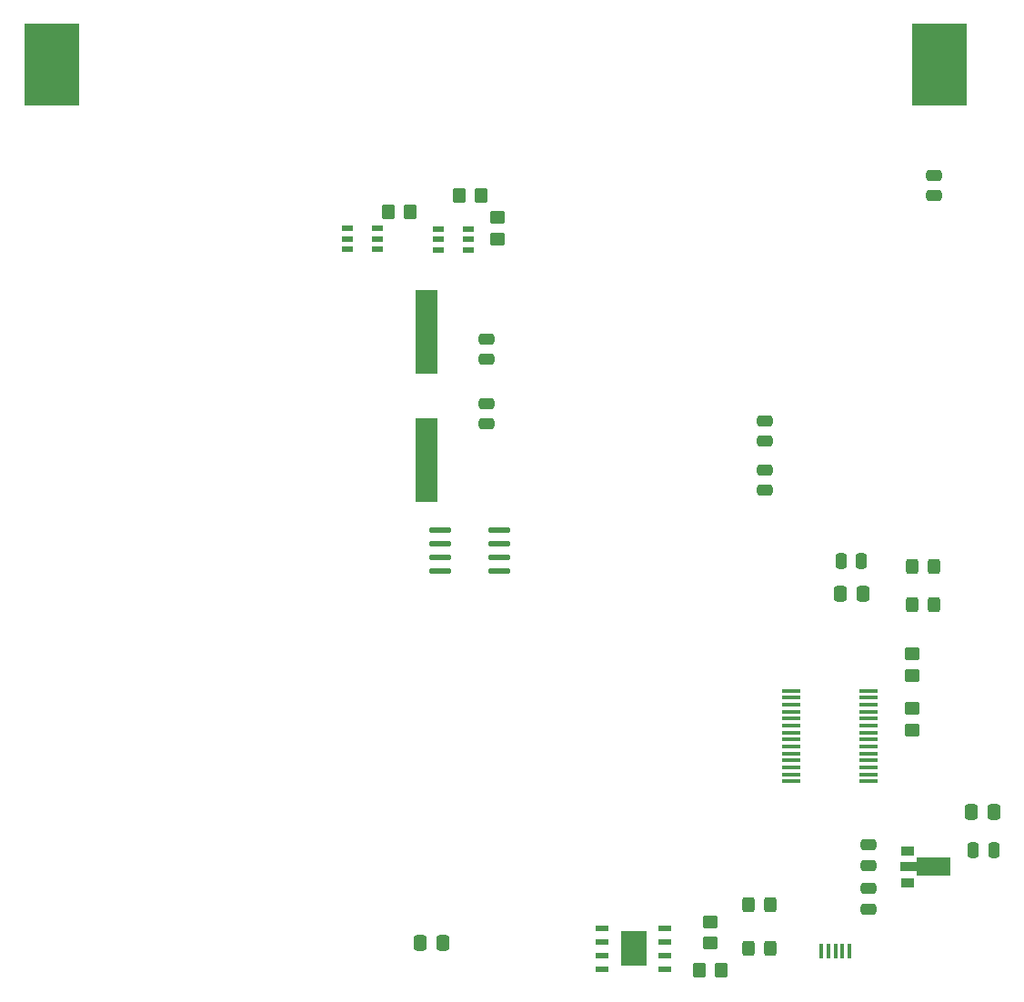
<source format=gbr>
%TF.GenerationSoftware,KiCad,Pcbnew,(7.0.0)*%
%TF.CreationDate,2023-03-21T11:28:41+02:00*%
%TF.ProjectId,EEE3088_design_project,45454533-3038-4385-9f64-657369676e5f,1.0*%
%TF.SameCoordinates,Original*%
%TF.FileFunction,Paste,Top*%
%TF.FilePolarity,Positive*%
%FSLAX46Y46*%
G04 Gerber Fmt 4.6, Leading zero omitted, Abs format (unit mm)*
G04 Created by KiCad (PCBNEW (7.0.0)) date 2023-03-21 11:28:41*
%MOMM*%
%LPD*%
G01*
G04 APERTURE LIST*
G04 Aperture macros list*
%AMRoundRect*
0 Rectangle with rounded corners*
0 $1 Rounding radius*
0 $2 $3 $4 $5 $6 $7 $8 $9 X,Y pos of 4 corners*
0 Add a 4 corners polygon primitive as box body*
4,1,4,$2,$3,$4,$5,$6,$7,$8,$9,$2,$3,0*
0 Add four circle primitives for the rounded corners*
1,1,$1+$1,$2,$3*
1,1,$1+$1,$4,$5*
1,1,$1+$1,$6,$7*
1,1,$1+$1,$8,$9*
0 Add four rect primitives between the rounded corners*
20,1,$1+$1,$2,$3,$4,$5,0*
20,1,$1+$1,$4,$5,$6,$7,0*
20,1,$1+$1,$6,$7,$8,$9,0*
20,1,$1+$1,$8,$9,$2,$3,0*%
%AMFreePoly0*
4,1,9,3.862500,-0.866500,0.737500,-0.866500,0.737500,-0.450000,-0.737500,-0.450000,-0.737500,0.450000,0.737500,0.450000,0.737500,0.866500,3.862500,0.866500,3.862500,-0.866500,3.862500,-0.866500,$1*%
G04 Aperture macros list end*
%ADD10R,1.300000X0.900000*%
%ADD11FreePoly0,0.000000*%
%ADD12RoundRect,0.250000X0.350000X0.450000X-0.350000X0.450000X-0.350000X-0.450000X0.350000X-0.450000X0*%
%ADD13RoundRect,0.250000X-0.250000X-0.475000X0.250000X-0.475000X0.250000X0.475000X-0.250000X0.475000X0*%
%ADD14RoundRect,0.250000X0.475000X-0.250000X0.475000X0.250000X-0.475000X0.250000X-0.475000X-0.250000X0*%
%ADD15RoundRect,0.250000X-0.337500X-0.475000X0.337500X-0.475000X0.337500X0.475000X-0.337500X0.475000X0*%
%ADD16RoundRect,0.250000X-0.325000X-0.450000X0.325000X-0.450000X0.325000X0.450000X-0.325000X0.450000X0*%
%ADD17R,1.000000X0.550013*%
%ADD18RoundRect,0.250000X-0.475000X0.250000X-0.475000X-0.250000X0.475000X-0.250000X0.475000X0.250000X0*%
%ADD19R,0.400000X1.400000*%
%ADD20RoundRect,0.250000X0.450000X-0.350000X0.450000X0.350000X-0.450000X0.350000X-0.450000X-0.350000X0*%
%ADD21RoundRect,0.250000X0.325000X0.450000X-0.325000X0.450000X-0.325000X-0.450000X0.325000X-0.450000X0*%
%ADD22O,2.045009X0.588011*%
%ADD23R,5.080010X7.620015*%
%ADD24RoundRect,0.250000X-0.450000X0.350000X-0.450000X-0.350000X0.450000X-0.350000X0.450000X0.350000X0*%
%ADD25R,1.200000X0.600000*%
%ADD26R,2.400000X3.300000*%
%ADD27R,2.000000X7.875000*%
%ADD28R,1.750000X0.450000*%
G04 APERTURE END LIST*
D10*
%TO.C,U7*%
X172293999Y-141755999D03*
D11*
X172381500Y-143256000D03*
D10*
X172293999Y-144755999D03*
%TD*%
D12*
%TO.C,R4*%
X154940000Y-152908000D03*
X152940000Y-152908000D03*
%TD*%
D13*
%TO.C,C8*%
X178440000Y-141732000D03*
X180340000Y-141732000D03*
%TD*%
D14*
%TO.C,C10*%
X168656000Y-143124000D03*
X168656000Y-141224000D03*
%TD*%
D13*
%TO.C,C1*%
X166120500Y-114746000D03*
X168020500Y-114746000D03*
%TD*%
D15*
%TO.C,C2*%
X166094500Y-117856000D03*
X168169500Y-117856000D03*
%TD*%
D16*
%TO.C,D1*%
X172702000Y-118872000D03*
X174752000Y-118872000D03*
%TD*%
D12*
%TO.C,R5*%
X132588000Y-80772000D03*
X130588000Y-80772000D03*
%TD*%
D14*
%TO.C,C12*%
X174752000Y-80772000D03*
X174752000Y-78872000D03*
%TD*%
D17*
%TO.C,U5*%
X128647948Y-83886037D03*
X128647948Y-84835999D03*
X128647948Y-85785961D03*
X131448050Y-85785961D03*
X131448050Y-84835999D03*
X131448050Y-83886037D03*
%TD*%
D18*
%TO.C,C5*%
X159004000Y-106304000D03*
X159004000Y-108204000D03*
%TD*%
D17*
%TO.C,U6*%
X120135897Y-83819999D03*
X120135897Y-84769961D03*
X120135897Y-85719923D03*
X122935999Y-85719923D03*
X122935999Y-84769961D03*
X122935999Y-83819999D03*
%TD*%
D16*
%TO.C,D4*%
X157462000Y-150876000D03*
X159512000Y-150876000D03*
%TD*%
D19*
%TO.C,USB1*%
X164308024Y-151051826D03*
X164958012Y-151051826D03*
X165607999Y-151051826D03*
X166257986Y-151051826D03*
X166907974Y-151051826D03*
%TD*%
D15*
%TO.C,C9*%
X126957000Y-150368000D03*
X129032000Y-150368000D03*
%TD*%
D20*
%TO.C,R2*%
X172720000Y-125444000D03*
X172720000Y-123444000D03*
%TD*%
D15*
%TO.C,C7*%
X178265000Y-138176000D03*
X180340000Y-138176000D03*
%TD*%
D21*
%TO.C,D3*%
X159512000Y-146812000D03*
X157462000Y-146812000D03*
%TD*%
D20*
%TO.C,R1*%
X172720000Y-130524000D03*
X172720000Y-128524000D03*
%TD*%
D16*
%TO.C,D2*%
X172702000Y-115316000D03*
X174752000Y-115316000D03*
%TD*%
D14*
%TO.C,C11*%
X168656000Y-147188000D03*
X168656000Y-145288000D03*
%TD*%
D22*
%TO.C,U3*%
X128799583Y-111886995D03*
X128799583Y-113156998D03*
X128799583Y-114427000D03*
X128799583Y-115697003D03*
X134344415Y-115697003D03*
X134344415Y-114427000D03*
X134344415Y-113156998D03*
X134344415Y-111886995D03*
%TD*%
D23*
%TO.C,BT1*%
X175259999Y-68579999D03*
X92633633Y-68579999D03*
%TD*%
D24*
%TO.C,R7*%
X134112000Y-82804000D03*
X134112000Y-84804000D03*
%TD*%
D14*
%TO.C,C3*%
X133129000Y-102009000D03*
X133129000Y-100109000D03*
%TD*%
D25*
%TO.C,U4*%
X143903693Y-148970995D03*
X143903693Y-150240998D03*
X143903693Y-151511000D03*
X143903693Y-152781003D03*
X149720305Y-152781003D03*
X149720305Y-151511000D03*
X149720305Y-150240998D03*
X149720305Y-148970995D03*
D26*
X146811999Y-150875999D03*
%TD*%
D14*
%TO.C,C4*%
X133129000Y-95979000D03*
X133129000Y-94079000D03*
%TD*%
D12*
%TO.C,R6*%
X125984000Y-82296000D03*
X123984000Y-82296000D03*
%TD*%
D27*
%TO.C,Y1*%
X127507999Y-93471999D03*
X127507999Y-105346999D03*
%TD*%
D24*
%TO.C,R3*%
X153924000Y-148368000D03*
X153924000Y-150368000D03*
%TD*%
D28*
%TO.C,U2*%
X161499999Y-126838999D03*
X161499999Y-127488999D03*
X161499999Y-128138999D03*
X161499999Y-128788999D03*
X161499999Y-129438999D03*
X161499999Y-130088999D03*
X161499999Y-130738999D03*
X161499999Y-131388999D03*
X161499999Y-132038999D03*
X161499999Y-132688999D03*
X161499999Y-133338999D03*
X161499999Y-133988999D03*
X161499999Y-134638999D03*
X161499999Y-135288999D03*
X168699999Y-135288999D03*
X168699999Y-134638999D03*
X168699999Y-133988999D03*
X168699999Y-133338999D03*
X168699999Y-132688999D03*
X168699999Y-132038999D03*
X168699999Y-131388999D03*
X168699999Y-130738999D03*
X168699999Y-130088999D03*
X168699999Y-129438999D03*
X168699999Y-128788999D03*
X168699999Y-128138999D03*
X168699999Y-127488999D03*
X168699999Y-126838999D03*
%TD*%
D14*
%TO.C,C6*%
X159004000Y-103632000D03*
X159004000Y-101732000D03*
%TD*%
M02*

</source>
